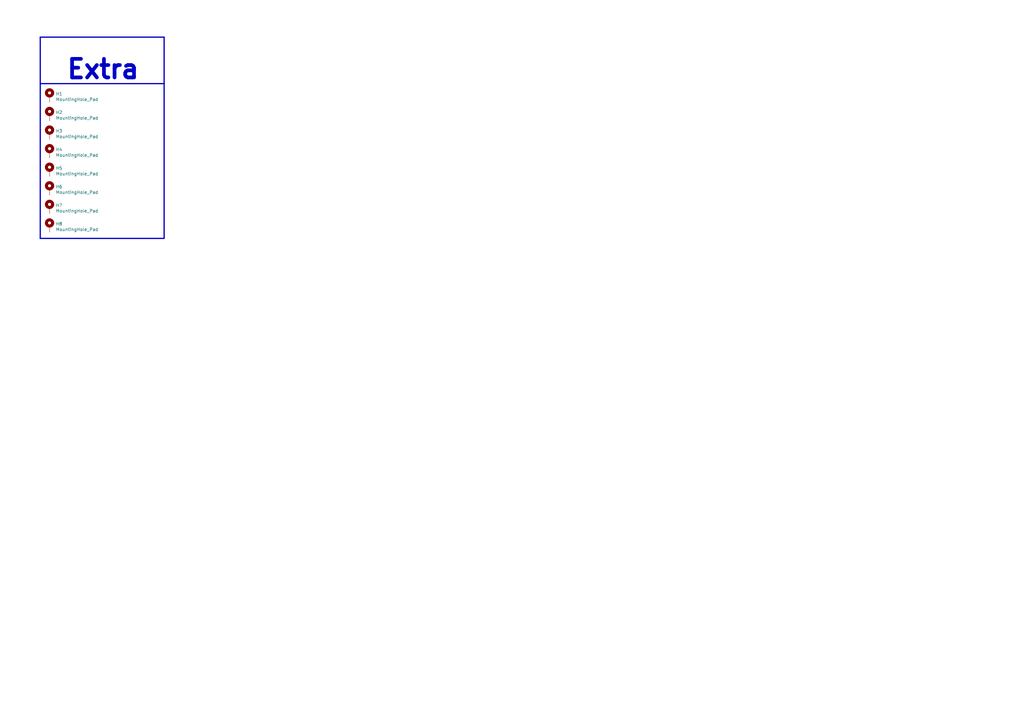
<source format=kicad_sch>
(kicad_sch (version 20210406) (generator eeschema)
  (paper "A3")
  (lib_symbols
    (symbol "Mechanical:MountingHole_Pad" (pin_numbers hide) (pin_names (offset 1.016) hide)
      (property "Reference" "H" (at 0 6.35 0))
      (property "Value" "MountingHole_Pad" (at 0 4.445 0))
      (symbol "MountingHole_Pad_0_1"
        (circle (center 0 1.27) (radius 1.27) (stroke (width 1.27)))
      )
      (symbol "MountingHole_Pad_1_1"
        (pin input line (at 0 -2.54 90) (length 2.54) (name "1") (number "1"))
      )
    )
  )
  (polyline (pts (xy 16.51 15.24) (xy 16.51 97.79)) (stroke (width 0.508) (type solid)))
  (polyline (pts (xy 16.51 15.24) (xy 67.31 15.24)) (stroke (width 0.508) (type solid)))
  (polyline (pts (xy 16.51 34.29) (xy 67.31 34.29)) (stroke (width 0.508) (type solid)))
  (polyline (pts (xy 16.51 97.79) (xy 67.31 97.79)) (stroke (width 0.508) (type solid)))
  (polyline (pts (xy 67.31 15.24) (xy 67.31 97.79)) (stroke (width 0.508) (type solid)))
  (text "Extra" (at 57.785 33.02 180) (effects (font (size 7.62 7.62) (thickness 1.524) bold) (justify right bottom)))
  (symbol (lib_id "Mechanical:MountingHole_Pad") (at 20.32 39.37 0) (unit 1)
    (property "Reference" "H1" (at 22.8601 38.4821 0) (effects (justify left)))
    (property "Value" "MountingHole_Pad" (at 22.8601 40.7808 0) (effects (justify left)))
    (property "Footprint" "MountingHole:MountingHole_2.2mm_M2_Pad" (effects hide))
  )
  (symbol (lib_id "Mechanical:MountingHole_Pad") (at 20.32 46.99 0) (unit 1)
    (property "Reference" "H2" (at 22.8601 46.1021 0) (effects (justify left)))
    (property "Value" "MountingHole_Pad" (at 22.8601 48.4008 0) (effects (justify left)))
    (property "Footprint" "MountingHole:MountingHole_2.2mm_M2_Pad" (effects hide))
  )
  (symbol (lib_id "Mechanical:MountingHole_Pad") (at 20.32 54.61 0) (unit 1)
    (property "Reference" "H3" (at 22.8601 53.7221 0) (effects (justify left)))
    (property "Value" "MountingHole_Pad" (at 22.8601 56.0208 0) (effects (justify left)))
    (property "Footprint" "MountingHole:MountingHole_2.2mm_M2_Pad" (effects hide))
  )
  (symbol (lib_id "Mechanical:MountingHole_Pad") (at 20.32 62.23 0) (unit 1)
    (property "Reference" "H4" (at 22.8601 61.3421 0) (effects (justify left)))
    (property "Value" "MountingHole_Pad" (at 22.8601 63.6408 0) (effects (justify left)))
    (property "Footprint" "MountingHole:MountingHole_2.2mm_M2_Pad" (effects hide))
  )
  (symbol (lib_id "Mechanical:MountingHole_Pad") (at 20.32 69.85 0) (unit 1)
    (property "Reference" "H5" (at 22.8601 68.9621 0) (effects (justify left)))
    (property "Value" "MountingHole_Pad" (at 22.8601 71.2608 0) (effects (justify left)))
    (property "Footprint" "MountingHole:MountingHole_2.2mm_M2_Pad" (effects hide))
  )
  (symbol (lib_id "Mechanical:MountingHole_Pad") (at 20.32 77.47 0) (unit 1)
    (property "Reference" "H6" (at 22.8601 76.5821 0) (effects (justify left)))
    (property "Value" "MountingHole_Pad" (at 22.8601 78.8808 0) (effects (justify left)))
    (property "Footprint" "MountingHole:MountingHole_2.2mm_M2_Pad" (effects hide))
  )
  (symbol (lib_id "Mechanical:MountingHole_Pad") (at 20.32 85.09 0) (unit 1)
    (property "Reference" "H7" (at 22.8601 84.2021 0) (effects (justify left)))
    (property "Value" "MountingHole_Pad" (at 22.8601 86.5008 0) (effects (justify left)))
    (property "Footprint" "MountingHole:MountingHole_2.2mm_M2_Pad" (effects hide))
  )
  (symbol (lib_id "Mechanical:MountingHole_Pad") (at 20.32 92.71 0) (unit 1)
    (property "Reference" "H8" (at 22.8601 91.8221 0) (effects (justify left)))
    (property "Value" "MountingHole_Pad" (at 22.8601 94.1208 0) (effects (justify left)))
    (property "Footprint" "MountingHole:MountingHole_2.2mm_M2_Pad" (effects hide))
  )
)
</source>
